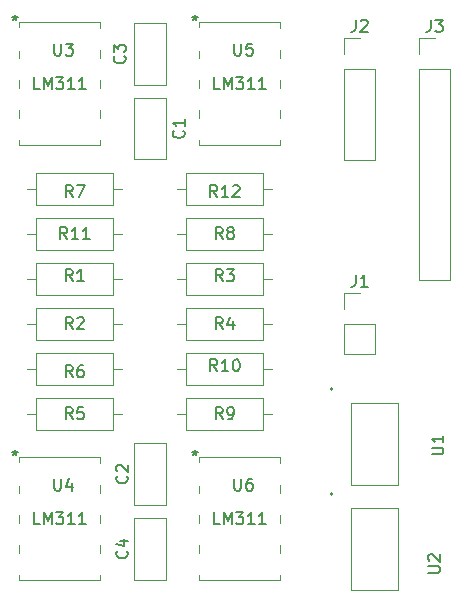
<source format=gbr>
%TF.GenerationSoftware,KiCad,Pcbnew,(6.0.5)*%
%TF.CreationDate,2023-07-08T16:29:13+09:00*%
%TF.ProjectId,wheel speed,77686565-6c20-4737-9065-65642e6b6963,rev?*%
%TF.SameCoordinates,Original*%
%TF.FileFunction,Legend,Top*%
%TF.FilePolarity,Positive*%
%FSLAX46Y46*%
G04 Gerber Fmt 4.6, Leading zero omitted, Abs format (unit mm)*
G04 Created by KiCad (PCBNEW (6.0.5)) date 2023-07-08 16:29:13*
%MOMM*%
%LPD*%
G01*
G04 APERTURE LIST*
%ADD10C,0.150000*%
%ADD11C,0.120000*%
G04 APERTURE END LIST*
D10*
%TO.C,C2*%
X123801142Y-96706666D02*
X123848761Y-96754285D01*
X123896380Y-96897142D01*
X123896380Y-96992380D01*
X123848761Y-97135238D01*
X123753523Y-97230476D01*
X123658285Y-97278095D01*
X123467809Y-97325714D01*
X123324952Y-97325714D01*
X123134476Y-97278095D01*
X123039238Y-97230476D01*
X122944000Y-97135238D01*
X122896380Y-96992380D01*
X122896380Y-96897142D01*
X122944000Y-96754285D01*
X122991619Y-96706666D01*
X122991619Y-96325714D02*
X122944000Y-96278095D01*
X122896380Y-96182857D01*
X122896380Y-95944761D01*
X122944000Y-95849523D01*
X122991619Y-95801904D01*
X123086857Y-95754285D01*
X123182095Y-95754285D01*
X123324952Y-95801904D01*
X123896380Y-96373333D01*
X123896380Y-95754285D01*
%TO.C,R7*%
X119213333Y-73096380D02*
X118880000Y-72620190D01*
X118641904Y-73096380D02*
X118641904Y-72096380D01*
X119022857Y-72096380D01*
X119118095Y-72144000D01*
X119165714Y-72191619D01*
X119213333Y-72286857D01*
X119213333Y-72429714D01*
X119165714Y-72524952D01*
X119118095Y-72572571D01*
X119022857Y-72620190D01*
X118641904Y-72620190D01*
X119546666Y-72096380D02*
X120213333Y-72096380D01*
X119784761Y-73096380D01*
%TO.C,R5*%
X119213333Y-91892380D02*
X118880000Y-91416190D01*
X118641904Y-91892380D02*
X118641904Y-90892380D01*
X119022857Y-90892380D01*
X119118095Y-90940000D01*
X119165714Y-90987619D01*
X119213333Y-91082857D01*
X119213333Y-91225714D01*
X119165714Y-91320952D01*
X119118095Y-91368571D01*
X119022857Y-91416190D01*
X118641904Y-91416190D01*
X120118095Y-90892380D02*
X119641904Y-90892380D01*
X119594285Y-91368571D01*
X119641904Y-91320952D01*
X119737142Y-91273333D01*
X119975238Y-91273333D01*
X120070476Y-91320952D01*
X120118095Y-91368571D01*
X120165714Y-91463809D01*
X120165714Y-91701904D01*
X120118095Y-91797142D01*
X120070476Y-91844761D01*
X119975238Y-91892380D01*
X119737142Y-91892380D01*
X119641904Y-91844761D01*
X119594285Y-91797142D01*
%TO.C,J2*%
X143176666Y-58092380D02*
X143176666Y-58806666D01*
X143129047Y-58949523D01*
X143033809Y-59044761D01*
X142890952Y-59092380D01*
X142795714Y-59092380D01*
X143605238Y-58187619D02*
X143652857Y-58140000D01*
X143748095Y-58092380D01*
X143986190Y-58092380D01*
X144081428Y-58140000D01*
X144129047Y-58187619D01*
X144176666Y-58282857D01*
X144176666Y-58378095D01*
X144129047Y-58520952D01*
X143557619Y-59092380D01*
X144176666Y-59092380D01*
%TO.C,R12*%
X131437142Y-73096380D02*
X131103809Y-72620190D01*
X130865714Y-73096380D02*
X130865714Y-72096380D01*
X131246666Y-72096380D01*
X131341904Y-72144000D01*
X131389523Y-72191619D01*
X131437142Y-72286857D01*
X131437142Y-72429714D01*
X131389523Y-72524952D01*
X131341904Y-72572571D01*
X131246666Y-72620190D01*
X130865714Y-72620190D01*
X132389523Y-73096380D02*
X131818095Y-73096380D01*
X132103809Y-73096380D02*
X132103809Y-72096380D01*
X132008571Y-72239238D01*
X131913333Y-72334476D01*
X131818095Y-72382095D01*
X132770476Y-72191619D02*
X132818095Y-72144000D01*
X132913333Y-72096380D01*
X133151428Y-72096380D01*
X133246666Y-72144000D01*
X133294285Y-72191619D01*
X133341904Y-72286857D01*
X133341904Y-72382095D01*
X133294285Y-72524952D01*
X132722857Y-73096380D01*
X133341904Y-73096380D01*
%TO.C,R6*%
X119213333Y-88336380D02*
X118880000Y-87860190D01*
X118641904Y-88336380D02*
X118641904Y-87336380D01*
X119022857Y-87336380D01*
X119118095Y-87384000D01*
X119165714Y-87431619D01*
X119213333Y-87526857D01*
X119213333Y-87669714D01*
X119165714Y-87764952D01*
X119118095Y-87812571D01*
X119022857Y-87860190D01*
X118641904Y-87860190D01*
X120070476Y-87336380D02*
X119880000Y-87336380D01*
X119784761Y-87384000D01*
X119737142Y-87431619D01*
X119641904Y-87574476D01*
X119594285Y-87764952D01*
X119594285Y-88145904D01*
X119641904Y-88241142D01*
X119689523Y-88288761D01*
X119784761Y-88336380D01*
X119975238Y-88336380D01*
X120070476Y-88288761D01*
X120118095Y-88241142D01*
X120165714Y-88145904D01*
X120165714Y-87907809D01*
X120118095Y-87812571D01*
X120070476Y-87764952D01*
X119975238Y-87717333D01*
X119784761Y-87717333D01*
X119689523Y-87764952D01*
X119641904Y-87812571D01*
X119594285Y-87907809D01*
%TO.C,C3*%
X123587142Y-61146666D02*
X123634761Y-61194285D01*
X123682380Y-61337142D01*
X123682380Y-61432380D01*
X123634761Y-61575238D01*
X123539523Y-61670476D01*
X123444285Y-61718095D01*
X123253809Y-61765714D01*
X123110952Y-61765714D01*
X122920476Y-61718095D01*
X122825238Y-61670476D01*
X122730000Y-61575238D01*
X122682380Y-61432380D01*
X122682380Y-61337142D01*
X122730000Y-61194285D01*
X122777619Y-61146666D01*
X122682380Y-60813333D02*
X122682380Y-60194285D01*
X123063333Y-60527619D01*
X123063333Y-60384761D01*
X123110952Y-60289523D01*
X123158571Y-60241904D01*
X123253809Y-60194285D01*
X123491904Y-60194285D01*
X123587142Y-60241904D01*
X123634761Y-60289523D01*
X123682380Y-60384761D01*
X123682380Y-60670476D01*
X123634761Y-60765714D01*
X123587142Y-60813333D01*
%TO.C,R9*%
X131913333Y-91892380D02*
X131580000Y-91416190D01*
X131341904Y-91892380D02*
X131341904Y-90892380D01*
X131722857Y-90892380D01*
X131818095Y-90940000D01*
X131865714Y-90987619D01*
X131913333Y-91082857D01*
X131913333Y-91225714D01*
X131865714Y-91320952D01*
X131818095Y-91368571D01*
X131722857Y-91416190D01*
X131341904Y-91416190D01*
X132389523Y-91892380D02*
X132580000Y-91892380D01*
X132675238Y-91844761D01*
X132722857Y-91797142D01*
X132818095Y-91654285D01*
X132865714Y-91463809D01*
X132865714Y-91082857D01*
X132818095Y-90987619D01*
X132770476Y-90940000D01*
X132675238Y-90892380D01*
X132484761Y-90892380D01*
X132389523Y-90940000D01*
X132341904Y-90987619D01*
X132294285Y-91082857D01*
X132294285Y-91320952D01*
X132341904Y-91416190D01*
X132389523Y-91463809D01*
X132484761Y-91511428D01*
X132675238Y-91511428D01*
X132770476Y-91463809D01*
X132818095Y-91416190D01*
X132865714Y-91320952D01*
%TO.C,J3*%
X149526666Y-58097380D02*
X149526666Y-58811666D01*
X149479047Y-58954523D01*
X149383809Y-59049761D01*
X149240952Y-59097380D01*
X149145714Y-59097380D01*
X149907619Y-58097380D02*
X150526666Y-58097380D01*
X150193333Y-58478333D01*
X150336190Y-58478333D01*
X150431428Y-58525952D01*
X150479047Y-58573571D01*
X150526666Y-58668809D01*
X150526666Y-58906904D01*
X150479047Y-59002142D01*
X150431428Y-59049761D01*
X150336190Y-59097380D01*
X150050476Y-59097380D01*
X149955238Y-59049761D01*
X149907619Y-59002142D01*
%TO.C,R1*%
X119213333Y-80208380D02*
X118880000Y-79732190D01*
X118641904Y-80208380D02*
X118641904Y-79208380D01*
X119022857Y-79208380D01*
X119118095Y-79256000D01*
X119165714Y-79303619D01*
X119213333Y-79398857D01*
X119213333Y-79541714D01*
X119165714Y-79636952D01*
X119118095Y-79684571D01*
X119022857Y-79732190D01*
X118641904Y-79732190D01*
X120165714Y-80208380D02*
X119594285Y-80208380D01*
X119880000Y-80208380D02*
X119880000Y-79208380D01*
X119784761Y-79351238D01*
X119689523Y-79446476D01*
X119594285Y-79494095D01*
%TO.C,C4*%
X123801142Y-103056666D02*
X123848761Y-103104285D01*
X123896380Y-103247142D01*
X123896380Y-103342380D01*
X123848761Y-103485238D01*
X123753523Y-103580476D01*
X123658285Y-103628095D01*
X123467809Y-103675714D01*
X123324952Y-103675714D01*
X123134476Y-103628095D01*
X123039238Y-103580476D01*
X122944000Y-103485238D01*
X122896380Y-103342380D01*
X122896380Y-103247142D01*
X122944000Y-103104285D01*
X122991619Y-103056666D01*
X123229714Y-102199523D02*
X123896380Y-102199523D01*
X122848761Y-102437619D02*
X123563047Y-102675714D01*
X123563047Y-102056666D01*
%TO.C,U2*%
X149312380Y-104901904D02*
X150121904Y-104901904D01*
X150217142Y-104854285D01*
X150264761Y-104806666D01*
X150312380Y-104711428D01*
X150312380Y-104520952D01*
X150264761Y-104425714D01*
X150217142Y-104378095D01*
X150121904Y-104330476D01*
X149312380Y-104330476D01*
X149407619Y-103901904D02*
X149360000Y-103854285D01*
X149312380Y-103759047D01*
X149312380Y-103520952D01*
X149360000Y-103425714D01*
X149407619Y-103378095D01*
X149502857Y-103330476D01*
X149598095Y-103330476D01*
X149740952Y-103378095D01*
X150312380Y-103949523D01*
X150312380Y-103330476D01*
%TO.C,J1*%
X143176666Y-79672380D02*
X143176666Y-80386666D01*
X143129047Y-80529523D01*
X143033809Y-80624761D01*
X142890952Y-80672380D01*
X142795714Y-80672380D01*
X144176666Y-80672380D02*
X143605238Y-80672380D01*
X143890952Y-80672380D02*
X143890952Y-79672380D01*
X143795714Y-79815238D01*
X143700476Y-79910476D01*
X143605238Y-79958095D01*
%TO.C,U4*%
X117652895Y-96937580D02*
X117652895Y-97747104D01*
X117700514Y-97842342D01*
X117748133Y-97889961D01*
X117843371Y-97937580D01*
X118033847Y-97937580D01*
X118129085Y-97889961D01*
X118176704Y-97842342D01*
X118224323Y-97747104D01*
X118224323Y-96937580D01*
X119129085Y-97270914D02*
X119129085Y-97937580D01*
X118890990Y-96889961D02*
X118652895Y-97604247D01*
X119271942Y-97604247D01*
X116419523Y-100782380D02*
X115943333Y-100782380D01*
X115943333Y-99782380D01*
X116752857Y-100782380D02*
X116752857Y-99782380D01*
X117086190Y-100496666D01*
X117419523Y-99782380D01*
X117419523Y-100782380D01*
X117800476Y-99782380D02*
X118419523Y-99782380D01*
X118086190Y-100163333D01*
X118229047Y-100163333D01*
X118324285Y-100210952D01*
X118371904Y-100258571D01*
X118419523Y-100353809D01*
X118419523Y-100591904D01*
X118371904Y-100687142D01*
X118324285Y-100734761D01*
X118229047Y-100782380D01*
X117943333Y-100782380D01*
X117848095Y-100734761D01*
X117800476Y-100687142D01*
X119371904Y-100782380D02*
X118800476Y-100782380D01*
X119086190Y-100782380D02*
X119086190Y-99782380D01*
X118990952Y-99925238D01*
X118895714Y-100020476D01*
X118800476Y-100068095D01*
X120324285Y-100782380D02*
X119752857Y-100782380D01*
X120038571Y-100782380D02*
X120038571Y-99782380D01*
X119943333Y-99925238D01*
X119848095Y-100020476D01*
X119752857Y-100068095D01*
X114300000Y-94524580D02*
X114300000Y-94762676D01*
X114061904Y-94667438D02*
X114300000Y-94762676D01*
X114538095Y-94667438D01*
X114157142Y-94953152D02*
X114300000Y-94762676D01*
X114442857Y-94953152D01*
X114300000Y-94524580D02*
X114300000Y-94762676D01*
X114061904Y-94667438D02*
X114300000Y-94762676D01*
X114538095Y-94667438D01*
X114157142Y-94953152D02*
X114300000Y-94762676D01*
X114442857Y-94953152D01*
%TO.C,R8*%
X131913333Y-76652380D02*
X131580000Y-76176190D01*
X131341904Y-76652380D02*
X131341904Y-75652380D01*
X131722857Y-75652380D01*
X131818095Y-75700000D01*
X131865714Y-75747619D01*
X131913333Y-75842857D01*
X131913333Y-75985714D01*
X131865714Y-76080952D01*
X131818095Y-76128571D01*
X131722857Y-76176190D01*
X131341904Y-76176190D01*
X132484761Y-76080952D02*
X132389523Y-76033333D01*
X132341904Y-75985714D01*
X132294285Y-75890476D01*
X132294285Y-75842857D01*
X132341904Y-75747619D01*
X132389523Y-75700000D01*
X132484761Y-75652380D01*
X132675238Y-75652380D01*
X132770476Y-75700000D01*
X132818095Y-75747619D01*
X132865714Y-75842857D01*
X132865714Y-75890476D01*
X132818095Y-75985714D01*
X132770476Y-76033333D01*
X132675238Y-76080952D01*
X132484761Y-76080952D01*
X132389523Y-76128571D01*
X132341904Y-76176190D01*
X132294285Y-76271428D01*
X132294285Y-76461904D01*
X132341904Y-76557142D01*
X132389523Y-76604761D01*
X132484761Y-76652380D01*
X132675238Y-76652380D01*
X132770476Y-76604761D01*
X132818095Y-76557142D01*
X132865714Y-76461904D01*
X132865714Y-76271428D01*
X132818095Y-76176190D01*
X132770476Y-76128571D01*
X132675238Y-76080952D01*
%TO.C,R4*%
X131913333Y-84272380D02*
X131580000Y-83796190D01*
X131341904Y-84272380D02*
X131341904Y-83272380D01*
X131722857Y-83272380D01*
X131818095Y-83320000D01*
X131865714Y-83367619D01*
X131913333Y-83462857D01*
X131913333Y-83605714D01*
X131865714Y-83700952D01*
X131818095Y-83748571D01*
X131722857Y-83796190D01*
X131341904Y-83796190D01*
X132770476Y-83605714D02*
X132770476Y-84272380D01*
X132532380Y-83224761D02*
X132294285Y-83939047D01*
X132913333Y-83939047D01*
%TO.C,U1*%
X149591780Y-94868904D02*
X150401304Y-94868904D01*
X150496542Y-94821285D01*
X150544161Y-94773666D01*
X150591780Y-94678428D01*
X150591780Y-94487952D01*
X150544161Y-94392714D01*
X150496542Y-94345095D01*
X150401304Y-94297476D01*
X149591780Y-94297476D01*
X150591780Y-93297476D02*
X150591780Y-93868904D01*
X150591780Y-93583190D02*
X149591780Y-93583190D01*
X149734638Y-93678428D01*
X149829876Y-93773666D01*
X149877495Y-93868904D01*
%TO.C,U3*%
X117652895Y-60107580D02*
X117652895Y-60917104D01*
X117700514Y-61012342D01*
X117748133Y-61059961D01*
X117843371Y-61107580D01*
X118033847Y-61107580D01*
X118129085Y-61059961D01*
X118176704Y-61012342D01*
X118224323Y-60917104D01*
X118224323Y-60107580D01*
X118605276Y-60107580D02*
X119224323Y-60107580D01*
X118890990Y-60488533D01*
X119033847Y-60488533D01*
X119129085Y-60536152D01*
X119176704Y-60583771D01*
X119224323Y-60679009D01*
X119224323Y-60917104D01*
X119176704Y-61012342D01*
X119129085Y-61059961D01*
X119033847Y-61107580D01*
X118748133Y-61107580D01*
X118652895Y-61059961D01*
X118605276Y-61012342D01*
X116419523Y-63952380D02*
X115943333Y-63952380D01*
X115943333Y-62952380D01*
X116752857Y-63952380D02*
X116752857Y-62952380D01*
X117086190Y-63666666D01*
X117419523Y-62952380D01*
X117419523Y-63952380D01*
X117800476Y-62952380D02*
X118419523Y-62952380D01*
X118086190Y-63333333D01*
X118229047Y-63333333D01*
X118324285Y-63380952D01*
X118371904Y-63428571D01*
X118419523Y-63523809D01*
X118419523Y-63761904D01*
X118371904Y-63857142D01*
X118324285Y-63904761D01*
X118229047Y-63952380D01*
X117943333Y-63952380D01*
X117848095Y-63904761D01*
X117800476Y-63857142D01*
X119371904Y-63952380D02*
X118800476Y-63952380D01*
X119086190Y-63952380D02*
X119086190Y-62952380D01*
X118990952Y-63095238D01*
X118895714Y-63190476D01*
X118800476Y-63238095D01*
X120324285Y-63952380D02*
X119752857Y-63952380D01*
X120038571Y-63952380D02*
X120038571Y-62952380D01*
X119943333Y-63095238D01*
X119848095Y-63190476D01*
X119752857Y-63238095D01*
X114300000Y-57694580D02*
X114300000Y-57932676D01*
X114061904Y-57837438D02*
X114300000Y-57932676D01*
X114538095Y-57837438D01*
X114157142Y-58123152D02*
X114300000Y-57932676D01*
X114442857Y-58123152D01*
X114300000Y-57694580D02*
X114300000Y-57932676D01*
X114061904Y-57837438D02*
X114300000Y-57932676D01*
X114538095Y-57837438D01*
X114157142Y-58123152D02*
X114300000Y-57932676D01*
X114442857Y-58123152D01*
%TO.C,U6*%
X132892895Y-96937580D02*
X132892895Y-97747104D01*
X132940514Y-97842342D01*
X132988133Y-97889961D01*
X133083371Y-97937580D01*
X133273847Y-97937580D01*
X133369085Y-97889961D01*
X133416704Y-97842342D01*
X133464323Y-97747104D01*
X133464323Y-96937580D01*
X134369085Y-96937580D02*
X134178609Y-96937580D01*
X134083371Y-96985200D01*
X134035752Y-97032819D01*
X133940514Y-97175676D01*
X133892895Y-97366152D01*
X133892895Y-97747104D01*
X133940514Y-97842342D01*
X133988133Y-97889961D01*
X134083371Y-97937580D01*
X134273847Y-97937580D01*
X134369085Y-97889961D01*
X134416704Y-97842342D01*
X134464323Y-97747104D01*
X134464323Y-97509009D01*
X134416704Y-97413771D01*
X134369085Y-97366152D01*
X134273847Y-97318533D01*
X134083371Y-97318533D01*
X133988133Y-97366152D01*
X133940514Y-97413771D01*
X133892895Y-97509009D01*
X131659523Y-100782380D02*
X131183333Y-100782380D01*
X131183333Y-99782380D01*
X131992857Y-100782380D02*
X131992857Y-99782380D01*
X132326190Y-100496666D01*
X132659523Y-99782380D01*
X132659523Y-100782380D01*
X133040476Y-99782380D02*
X133659523Y-99782380D01*
X133326190Y-100163333D01*
X133469047Y-100163333D01*
X133564285Y-100210952D01*
X133611904Y-100258571D01*
X133659523Y-100353809D01*
X133659523Y-100591904D01*
X133611904Y-100687142D01*
X133564285Y-100734761D01*
X133469047Y-100782380D01*
X133183333Y-100782380D01*
X133088095Y-100734761D01*
X133040476Y-100687142D01*
X134611904Y-100782380D02*
X134040476Y-100782380D01*
X134326190Y-100782380D02*
X134326190Y-99782380D01*
X134230952Y-99925238D01*
X134135714Y-100020476D01*
X134040476Y-100068095D01*
X135564285Y-100782380D02*
X134992857Y-100782380D01*
X135278571Y-100782380D02*
X135278571Y-99782380D01*
X135183333Y-99925238D01*
X135088095Y-100020476D01*
X134992857Y-100068095D01*
X129540000Y-94524580D02*
X129540000Y-94762676D01*
X129301904Y-94667438D02*
X129540000Y-94762676D01*
X129778095Y-94667438D01*
X129397142Y-94953152D02*
X129540000Y-94762676D01*
X129682857Y-94953152D01*
X129540000Y-94524580D02*
X129540000Y-94762676D01*
X129301904Y-94667438D02*
X129540000Y-94762676D01*
X129778095Y-94667438D01*
X129397142Y-94953152D02*
X129540000Y-94762676D01*
X129682857Y-94953152D01*
%TO.C,R10*%
X131437142Y-87828380D02*
X131103809Y-87352190D01*
X130865714Y-87828380D02*
X130865714Y-86828380D01*
X131246666Y-86828380D01*
X131341904Y-86876000D01*
X131389523Y-86923619D01*
X131437142Y-87018857D01*
X131437142Y-87161714D01*
X131389523Y-87256952D01*
X131341904Y-87304571D01*
X131246666Y-87352190D01*
X130865714Y-87352190D01*
X132389523Y-87828380D02*
X131818095Y-87828380D01*
X132103809Y-87828380D02*
X132103809Y-86828380D01*
X132008571Y-86971238D01*
X131913333Y-87066476D01*
X131818095Y-87114095D01*
X133008571Y-86828380D02*
X133103809Y-86828380D01*
X133199047Y-86876000D01*
X133246666Y-86923619D01*
X133294285Y-87018857D01*
X133341904Y-87209333D01*
X133341904Y-87447428D01*
X133294285Y-87637904D01*
X133246666Y-87733142D01*
X133199047Y-87780761D01*
X133103809Y-87828380D01*
X133008571Y-87828380D01*
X132913333Y-87780761D01*
X132865714Y-87733142D01*
X132818095Y-87637904D01*
X132770476Y-87447428D01*
X132770476Y-87209333D01*
X132818095Y-87018857D01*
X132865714Y-86923619D01*
X132913333Y-86876000D01*
X133008571Y-86828380D01*
%TO.C,C1*%
X128587142Y-67456666D02*
X128634761Y-67504285D01*
X128682380Y-67647142D01*
X128682380Y-67742380D01*
X128634761Y-67885238D01*
X128539523Y-67980476D01*
X128444285Y-68028095D01*
X128253809Y-68075714D01*
X128110952Y-68075714D01*
X127920476Y-68028095D01*
X127825238Y-67980476D01*
X127730000Y-67885238D01*
X127682380Y-67742380D01*
X127682380Y-67647142D01*
X127730000Y-67504285D01*
X127777619Y-67456666D01*
X128682380Y-66504285D02*
X128682380Y-67075714D01*
X128682380Y-66790000D02*
X127682380Y-66790000D01*
X127825238Y-66885238D01*
X127920476Y-66980476D01*
X127968095Y-67075714D01*
%TO.C,R2*%
X119213333Y-84272380D02*
X118880000Y-83796190D01*
X118641904Y-84272380D02*
X118641904Y-83272380D01*
X119022857Y-83272380D01*
X119118095Y-83320000D01*
X119165714Y-83367619D01*
X119213333Y-83462857D01*
X119213333Y-83605714D01*
X119165714Y-83700952D01*
X119118095Y-83748571D01*
X119022857Y-83796190D01*
X118641904Y-83796190D01*
X119594285Y-83367619D02*
X119641904Y-83320000D01*
X119737142Y-83272380D01*
X119975238Y-83272380D01*
X120070476Y-83320000D01*
X120118095Y-83367619D01*
X120165714Y-83462857D01*
X120165714Y-83558095D01*
X120118095Y-83700952D01*
X119546666Y-84272380D01*
X120165714Y-84272380D01*
%TO.C,U5*%
X132892895Y-60107580D02*
X132892895Y-60917104D01*
X132940514Y-61012342D01*
X132988133Y-61059961D01*
X133083371Y-61107580D01*
X133273847Y-61107580D01*
X133369085Y-61059961D01*
X133416704Y-61012342D01*
X133464323Y-60917104D01*
X133464323Y-60107580D01*
X134416704Y-60107580D02*
X133940514Y-60107580D01*
X133892895Y-60583771D01*
X133940514Y-60536152D01*
X134035752Y-60488533D01*
X134273847Y-60488533D01*
X134369085Y-60536152D01*
X134416704Y-60583771D01*
X134464323Y-60679009D01*
X134464323Y-60917104D01*
X134416704Y-61012342D01*
X134369085Y-61059961D01*
X134273847Y-61107580D01*
X134035752Y-61107580D01*
X133940514Y-61059961D01*
X133892895Y-61012342D01*
X131659523Y-63952380D02*
X131183333Y-63952380D01*
X131183333Y-62952380D01*
X131992857Y-63952380D02*
X131992857Y-62952380D01*
X132326190Y-63666666D01*
X132659523Y-62952380D01*
X132659523Y-63952380D01*
X133040476Y-62952380D02*
X133659523Y-62952380D01*
X133326190Y-63333333D01*
X133469047Y-63333333D01*
X133564285Y-63380952D01*
X133611904Y-63428571D01*
X133659523Y-63523809D01*
X133659523Y-63761904D01*
X133611904Y-63857142D01*
X133564285Y-63904761D01*
X133469047Y-63952380D01*
X133183333Y-63952380D01*
X133088095Y-63904761D01*
X133040476Y-63857142D01*
X134611904Y-63952380D02*
X134040476Y-63952380D01*
X134326190Y-63952380D02*
X134326190Y-62952380D01*
X134230952Y-63095238D01*
X134135714Y-63190476D01*
X134040476Y-63238095D01*
X135564285Y-63952380D02*
X134992857Y-63952380D01*
X135278571Y-63952380D02*
X135278571Y-62952380D01*
X135183333Y-63095238D01*
X135088095Y-63190476D01*
X134992857Y-63238095D01*
X129540000Y-57694580D02*
X129540000Y-57932676D01*
X129301904Y-57837438D02*
X129540000Y-57932676D01*
X129778095Y-57837438D01*
X129397142Y-58123152D02*
X129540000Y-57932676D01*
X129682857Y-58123152D01*
X129540000Y-57694580D02*
X129540000Y-57932676D01*
X129301904Y-57837438D02*
X129540000Y-57932676D01*
X129778095Y-57837438D01*
X129397142Y-58123152D02*
X129540000Y-57932676D01*
X129682857Y-58123152D01*
%TO.C,R11*%
X118737142Y-76652380D02*
X118403809Y-76176190D01*
X118165714Y-76652380D02*
X118165714Y-75652380D01*
X118546666Y-75652380D01*
X118641904Y-75700000D01*
X118689523Y-75747619D01*
X118737142Y-75842857D01*
X118737142Y-75985714D01*
X118689523Y-76080952D01*
X118641904Y-76128571D01*
X118546666Y-76176190D01*
X118165714Y-76176190D01*
X119689523Y-76652380D02*
X119118095Y-76652380D01*
X119403809Y-76652380D02*
X119403809Y-75652380D01*
X119308571Y-75795238D01*
X119213333Y-75890476D01*
X119118095Y-75938095D01*
X120641904Y-76652380D02*
X120070476Y-76652380D01*
X120356190Y-76652380D02*
X120356190Y-75652380D01*
X120260952Y-75795238D01*
X120165714Y-75890476D01*
X120070476Y-75938095D01*
%TO.C,R3*%
X131913333Y-80208380D02*
X131580000Y-79732190D01*
X131341904Y-80208380D02*
X131341904Y-79208380D01*
X131722857Y-79208380D01*
X131818095Y-79256000D01*
X131865714Y-79303619D01*
X131913333Y-79398857D01*
X131913333Y-79541714D01*
X131865714Y-79636952D01*
X131818095Y-79684571D01*
X131722857Y-79732190D01*
X131341904Y-79732190D01*
X132246666Y-79208380D02*
X132865714Y-79208380D01*
X132532380Y-79589333D01*
X132675238Y-79589333D01*
X132770476Y-79636952D01*
X132818095Y-79684571D01*
X132865714Y-79779809D01*
X132865714Y-80017904D01*
X132818095Y-80113142D01*
X132770476Y-80160761D01*
X132675238Y-80208380D01*
X132389523Y-80208380D01*
X132294285Y-80160761D01*
X132246666Y-80113142D01*
D11*
%TO.C,C2*%
X127100000Y-99160000D02*
X127100000Y-93920000D01*
X124360000Y-93920000D02*
X127100000Y-93920000D01*
X124360000Y-99160000D02*
X124360000Y-93920000D01*
X124360000Y-99160000D02*
X127100000Y-99160000D01*
%TO.C,R7*%
X123420000Y-72390000D02*
X122650000Y-72390000D01*
X116110000Y-73760000D02*
X122650000Y-73760000D01*
X115340000Y-72390000D02*
X116110000Y-72390000D01*
X122650000Y-71020000D02*
X116110000Y-71020000D01*
X116110000Y-71020000D02*
X116110000Y-73760000D01*
X122650000Y-73760000D02*
X122650000Y-71020000D01*
%TO.C,R5*%
X122650000Y-86260000D02*
X116110000Y-86260000D01*
X116110000Y-86260000D02*
X116110000Y-89000000D01*
X116110000Y-89000000D02*
X122650000Y-89000000D01*
X122650000Y-89000000D02*
X122650000Y-86260000D01*
X123420000Y-87630000D02*
X122650000Y-87630000D01*
X115340000Y-87630000D02*
X116110000Y-87630000D01*
%TO.C,J2*%
X142180000Y-62240000D02*
X142180000Y-69920000D01*
X142180000Y-60970000D02*
X142180000Y-59640000D01*
X142180000Y-62240000D02*
X144840000Y-62240000D01*
X144840000Y-62240000D02*
X144840000Y-69920000D01*
X142180000Y-69920000D02*
X144840000Y-69920000D01*
X142180000Y-59640000D02*
X143510000Y-59640000D01*
%TO.C,R12*%
X128810000Y-73760000D02*
X135350000Y-73760000D01*
X136120000Y-72390000D02*
X135350000Y-72390000D01*
X128040000Y-72390000D02*
X128810000Y-72390000D01*
X135350000Y-71020000D02*
X128810000Y-71020000D01*
X128810000Y-71020000D02*
X128810000Y-73760000D01*
X135350000Y-73760000D02*
X135350000Y-71020000D01*
%TO.C,R6*%
X122650000Y-92810000D02*
X122650000Y-90070000D01*
X116110000Y-90070000D02*
X116110000Y-92810000D01*
X115340000Y-91440000D02*
X116110000Y-91440000D01*
X122650000Y-90070000D02*
X116110000Y-90070000D01*
X123420000Y-91440000D02*
X122650000Y-91440000D01*
X116110000Y-92810000D02*
X122650000Y-92810000D01*
%TO.C,C3*%
X124360000Y-63600000D02*
X124360000Y-58360000D01*
X124360000Y-58360000D02*
X127100000Y-58360000D01*
X124360000Y-63600000D02*
X127100000Y-63600000D01*
X127100000Y-63600000D02*
X127100000Y-58360000D01*
%TO.C,R9*%
X136120000Y-91440000D02*
X135350000Y-91440000D01*
X128810000Y-92810000D02*
X135350000Y-92810000D01*
X128040000Y-91440000D02*
X128810000Y-91440000D01*
X135350000Y-92810000D02*
X135350000Y-90070000D01*
X135350000Y-90070000D02*
X128810000Y-90070000D01*
X128810000Y-90070000D02*
X128810000Y-92810000D01*
%TO.C,J3*%
X148530000Y-62245000D02*
X151190000Y-62245000D01*
X148530000Y-62245000D02*
X148530000Y-80085000D01*
X151190000Y-62245000D02*
X151190000Y-80085000D01*
X148530000Y-59645000D02*
X149860000Y-59645000D01*
X148530000Y-60975000D02*
X148530000Y-59645000D01*
X148530000Y-80085000D02*
X151190000Y-80085000D01*
%TO.C,R1*%
X122650000Y-81380000D02*
X122650000Y-78640000D01*
X116110000Y-78640000D02*
X116110000Y-81380000D01*
X115340000Y-80010000D02*
X116110000Y-80010000D01*
X122650000Y-78640000D02*
X116110000Y-78640000D01*
X116110000Y-81380000D02*
X122650000Y-81380000D01*
X123420000Y-80010000D02*
X122650000Y-80010000D01*
%TO.C,C4*%
X124360000Y-105510000D02*
X124360000Y-100270000D01*
X124360000Y-105510000D02*
X127100000Y-105510000D01*
X127100000Y-105510000D02*
X127100000Y-100270000D01*
X124360000Y-100270000D02*
X127100000Y-100270000D01*
%TO.C,U2*%
X146761200Y-106349800D02*
X146761200Y-99390200D01*
X142798800Y-99390200D02*
X142798800Y-106349800D01*
X142798800Y-106349800D02*
X146761200Y-106349800D01*
X146761200Y-99390200D02*
X142798800Y-99390200D01*
X141262100Y-98247200D02*
G75*
G03*
X141262100Y-98247200I-127000J0D01*
G01*
%TO.C,J1*%
X144840000Y-83820000D02*
X144840000Y-86420000D01*
X142180000Y-86420000D02*
X144840000Y-86420000D01*
X142180000Y-83820000D02*
X144840000Y-83820000D01*
X142180000Y-83820000D02*
X142180000Y-86420000D01*
X142180000Y-82550000D02*
X142180000Y-81220000D01*
X142180000Y-81220000D02*
X143510000Y-81220000D01*
%TO.C,U4*%
X121539000Y-95575403D02*
X121539000Y-95123000D01*
X114681000Y-97538540D02*
X114681000Y-98115403D01*
X114681000Y-95123000D02*
X114681000Y-95501460D01*
X121539000Y-103195403D02*
X121539000Y-102544597D01*
X121539000Y-95123000D02*
X114681000Y-95123000D01*
X121539000Y-100655403D02*
X121539000Y-100004597D01*
X114681000Y-105084597D02*
X114681000Y-105537000D01*
X121539000Y-98115403D02*
X121539000Y-97464597D01*
X121539000Y-105537000D02*
X121539000Y-105084597D01*
X114681000Y-102544597D02*
X114681000Y-103195403D01*
X114681000Y-100004597D02*
X114681000Y-100655403D01*
X114681000Y-105537000D02*
X121539000Y-105537000D01*
%TO.C,R8*%
X128810000Y-74830000D02*
X128810000Y-77570000D01*
X128810000Y-77570000D02*
X135350000Y-77570000D01*
X128040000Y-76200000D02*
X128810000Y-76200000D01*
X136120000Y-76200000D02*
X135350000Y-76200000D01*
X135350000Y-74830000D02*
X128810000Y-74830000D01*
X135350000Y-77570000D02*
X135350000Y-74830000D01*
%TO.C,R4*%
X135350000Y-82450000D02*
X128810000Y-82450000D01*
X135350000Y-85190000D02*
X135350000Y-82450000D01*
X128040000Y-83820000D02*
X128810000Y-83820000D01*
X128810000Y-85190000D02*
X135350000Y-85190000D01*
X128810000Y-82450000D02*
X128810000Y-85190000D01*
X136120000Y-83820000D02*
X135350000Y-83820000D01*
%TO.C,U1*%
X142798800Y-90500200D02*
X142798800Y-97459800D01*
X146761200Y-90500200D02*
X142798800Y-90500200D01*
X146761200Y-97459800D02*
X146761200Y-90500200D01*
X142798800Y-97459800D02*
X146761200Y-97459800D01*
X141262100Y-89357200D02*
G75*
G03*
X141262100Y-89357200I-127000J0D01*
G01*
%TO.C,U3*%
X114681000Y-60708540D02*
X114681000Y-61285403D01*
X121539000Y-61285403D02*
X121539000Y-60634597D01*
X114681000Y-63174597D02*
X114681000Y-63825403D01*
X114681000Y-65714597D02*
X114681000Y-66365403D01*
X121539000Y-66365403D02*
X121539000Y-65714597D01*
X121539000Y-68707000D02*
X121539000Y-68254597D01*
X114681000Y-58293000D02*
X114681000Y-58671460D01*
X121539000Y-58293000D02*
X114681000Y-58293000D01*
X121539000Y-58745403D02*
X121539000Y-58293000D01*
X114681000Y-68707000D02*
X121539000Y-68707000D01*
X114681000Y-68254597D02*
X114681000Y-68707000D01*
X121539000Y-63825403D02*
X121539000Y-63174597D01*
%TO.C,U6*%
X129921000Y-105084597D02*
X129921000Y-105537000D01*
X129921000Y-102544597D02*
X129921000Y-103195403D01*
X136779000Y-105537000D02*
X136779000Y-105084597D01*
X129921000Y-100004597D02*
X129921000Y-100655403D01*
X136779000Y-98115403D02*
X136779000Y-97464597D01*
X136779000Y-95123000D02*
X129921000Y-95123000D01*
X129921000Y-105537000D02*
X136779000Y-105537000D01*
X136779000Y-103195403D02*
X136779000Y-102544597D01*
X129921000Y-95123000D02*
X129921000Y-95501460D01*
X129921000Y-97538540D02*
X129921000Y-98115403D01*
X136779000Y-95575403D02*
X136779000Y-95123000D01*
X136779000Y-100655403D02*
X136779000Y-100004597D01*
%TO.C,R10*%
X136120000Y-87630000D02*
X135350000Y-87630000D01*
X128040000Y-87630000D02*
X128810000Y-87630000D01*
X135350000Y-86260000D02*
X128810000Y-86260000D01*
X135350000Y-89000000D02*
X135350000Y-86260000D01*
X128810000Y-89000000D02*
X135350000Y-89000000D01*
X128810000Y-86260000D02*
X128810000Y-89000000D01*
%TO.C,C1*%
X127100000Y-64670000D02*
X124360000Y-64670000D01*
X127100000Y-64670000D02*
X127100000Y-69910000D01*
X124360000Y-64670000D02*
X124360000Y-69910000D01*
X127100000Y-69910000D02*
X124360000Y-69910000D01*
%TO.C,R2*%
X123420000Y-83820000D02*
X122650000Y-83820000D01*
X115340000Y-83820000D02*
X116110000Y-83820000D01*
X116110000Y-82450000D02*
X116110000Y-85190000D01*
X122650000Y-85190000D02*
X122650000Y-82450000D01*
X122650000Y-82450000D02*
X116110000Y-82450000D01*
X116110000Y-85190000D02*
X122650000Y-85190000D01*
%TO.C,U5*%
X129921000Y-68254597D02*
X129921000Y-68707000D01*
X129921000Y-63174597D02*
X129921000Y-63825403D01*
X136779000Y-63825403D02*
X136779000Y-63174597D01*
X136779000Y-68707000D02*
X136779000Y-68254597D01*
X129921000Y-65714597D02*
X129921000Y-66365403D01*
X129921000Y-58293000D02*
X129921000Y-58671460D01*
X136779000Y-58293000D02*
X129921000Y-58293000D01*
X129921000Y-60708540D02*
X129921000Y-61285403D01*
X136779000Y-61285403D02*
X136779000Y-60634597D01*
X136779000Y-58745403D02*
X136779000Y-58293000D01*
X136779000Y-66365403D02*
X136779000Y-65714597D01*
X129921000Y-68707000D02*
X136779000Y-68707000D01*
%TO.C,R11*%
X115340000Y-76200000D02*
X116110000Y-76200000D01*
X122650000Y-74830000D02*
X116110000Y-74830000D01*
X123420000Y-76200000D02*
X122650000Y-76200000D01*
X116110000Y-74830000D02*
X116110000Y-77570000D01*
X122650000Y-77570000D02*
X122650000Y-74830000D01*
X116110000Y-77570000D02*
X122650000Y-77570000D01*
%TO.C,R3*%
X128810000Y-78640000D02*
X128810000Y-81380000D01*
X135350000Y-81380000D02*
X135350000Y-78640000D01*
X136120000Y-80010000D02*
X135350000Y-80010000D01*
X135350000Y-78640000D02*
X128810000Y-78640000D01*
X128040000Y-80010000D02*
X128810000Y-80010000D01*
X128810000Y-81380000D02*
X135350000Y-81380000D01*
%TD*%
M02*

</source>
